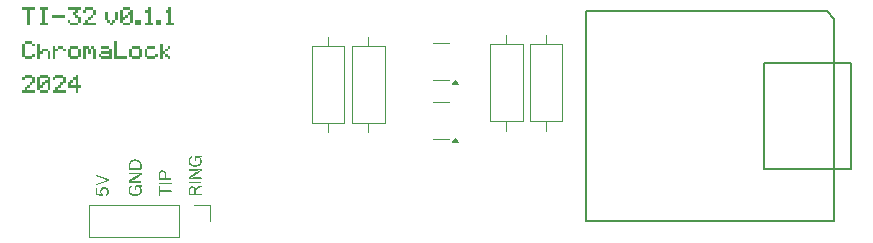
<source format=gbr>
%TF.GenerationSoftware,KiCad,Pcbnew,8.0.6*%
%TF.CreationDate,2024-11-24T09:52:55+11:00*%
%TF.ProjectId,cheating-calc,63686561-7469-46e6-972d-63616c632e6b,rev?*%
%TF.SameCoordinates,Original*%
%TF.FileFunction,Legend,Top*%
%TF.FilePolarity,Positive*%
%FSLAX46Y46*%
G04 Gerber Fmt 4.6, Leading zero omitted, Abs format (unit mm)*
G04 Created by KiCad (PCBNEW 8.0.6) date 2024-11-24 09:52:55*
%MOMM*%
%LPD*%
G01*
G04 APERTURE LIST*
%ADD10C,0.150000*%
%ADD11C,0.200000*%
%ADD12C,0.120000*%
%ADD13C,0.127000*%
G04 APERTURE END LIST*
D10*
G36*
X101666375Y-68645925D02*
G01*
X101695479Y-68685951D01*
X101699631Y-68716969D01*
X101698504Y-68729956D01*
X101671543Y-68771436D01*
X101580929Y-68806362D01*
X101555611Y-68815644D01*
X101485677Y-68841621D01*
X101424486Y-68865422D01*
X101371667Y-68887847D01*
X101326851Y-68909700D01*
X101278908Y-68939331D01*
X101236729Y-68979836D01*
X101212677Y-69027658D01*
X101205039Y-69086509D01*
X101205039Y-69344185D01*
X101648829Y-69344185D01*
X101691429Y-69360124D01*
X101708180Y-69408421D01*
X101693159Y-69456873D01*
X101647363Y-69475832D01*
X100756609Y-69475832D01*
X100727992Y-69474675D01*
X100673816Y-69462715D01*
X100632126Y-69432348D01*
X100610145Y-69383049D01*
X100605423Y-69332950D01*
X100605423Y-69013725D01*
X100721683Y-69013725D01*
X100721683Y-69297779D01*
X100726273Y-69321638D01*
X100770531Y-69344185D01*
X101090001Y-69344185D01*
X101090001Y-69022029D01*
X101086613Y-68979398D01*
X101073296Y-68932131D01*
X101045077Y-68885386D01*
X101004849Y-68850936D01*
X100954032Y-68830279D01*
X100904621Y-68824681D01*
X100872680Y-68826377D01*
X100817608Y-68839884D01*
X100774605Y-68866732D01*
X100744057Y-68906746D01*
X100726350Y-68959753D01*
X100721683Y-69013725D01*
X100605423Y-69013725D01*
X100605423Y-69005176D01*
X100605738Y-68986416D01*
X100610397Y-68933375D01*
X100624974Y-68870358D01*
X100648635Y-68816368D01*
X100680864Y-68771649D01*
X100721140Y-68736445D01*
X100768947Y-68710997D01*
X100823767Y-68695550D01*
X100885081Y-68690347D01*
X100928208Y-68692700D01*
X100979598Y-68702851D01*
X101034360Y-68725960D01*
X101079042Y-68759548D01*
X101114124Y-68802435D01*
X101140087Y-68853441D01*
X101157412Y-68911387D01*
X101162966Y-68896070D01*
X101190854Y-68854211D01*
X101229146Y-68821874D01*
X101271287Y-68796053D01*
X101324930Y-68769029D01*
X101373418Y-68747279D01*
X101429535Y-68723718D01*
X101493776Y-68697863D01*
X101541362Y-68679112D01*
X101617810Y-68643941D01*
X101641501Y-68639789D01*
X101666375Y-68645925D01*
G37*
G36*
X101642234Y-68468575D02*
G01*
X101686877Y-68447540D01*
X101699631Y-68402629D01*
X101685129Y-68353658D01*
X101642234Y-68333997D01*
X100647433Y-68333997D01*
X100602229Y-68356016D01*
X100589792Y-68402629D01*
X100603958Y-68449798D01*
X100647433Y-68468575D01*
X101642234Y-68468575D01*
G37*
G36*
X101072660Y-67377786D02*
G01*
X101129410Y-67377429D01*
X101185655Y-67376424D01*
X101240811Y-67374870D01*
X101294294Y-67372866D01*
X101345522Y-67370511D01*
X101409309Y-67366996D01*
X101466666Y-67363268D01*
X101516212Y-67359561D01*
X101565053Y-67355316D01*
X101514058Y-67379848D01*
X101463380Y-67405465D01*
X101419394Y-67428423D01*
X101373821Y-67452862D01*
X101328019Y-67478125D01*
X101283349Y-67503559D01*
X101241170Y-67528506D01*
X101231173Y-67534590D01*
X100657447Y-67887277D01*
X100617472Y-67918296D01*
X100593349Y-67964669D01*
X100589792Y-68000849D01*
X100600781Y-68049132D01*
X100639148Y-68082904D01*
X100674300Y-68089021D01*
X101642234Y-68089021D01*
X101686877Y-68067803D01*
X101699631Y-68021854D01*
X101685129Y-67974685D01*
X101642234Y-67955909D01*
X101211634Y-67955909D01*
X101153968Y-67956193D01*
X101097370Y-67957000D01*
X101042302Y-67958260D01*
X100989226Y-67959902D01*
X100938606Y-67961856D01*
X100875732Y-67964826D01*
X100819141Y-67968061D01*
X100769929Y-67971395D01*
X100720461Y-67975448D01*
X100766243Y-67953777D01*
X100811974Y-67931069D01*
X100861786Y-67905412D01*
X100913048Y-67878001D01*
X100963126Y-67850034D01*
X101009387Y-67822707D01*
X101017949Y-67817423D01*
X101619764Y-67446418D01*
X101663180Y-67415680D01*
X101692422Y-67375646D01*
X101699631Y-67328693D01*
X101688265Y-67280894D01*
X101648317Y-67249936D01*
X101611459Y-67244674D01*
X100647433Y-67244674D01*
X100602229Y-67265127D01*
X100589792Y-67310619D01*
X100603958Y-67358857D01*
X100647433Y-67377786D01*
X101072660Y-67377786D01*
G37*
G36*
X101323741Y-66263550D02*
G01*
X101382812Y-66269573D01*
X101435669Y-66286776D01*
X101481800Y-66313859D01*
X101520693Y-66349524D01*
X101551834Y-66392469D01*
X101574712Y-66441397D01*
X101588815Y-66495007D01*
X101593630Y-66552001D01*
X101589374Y-66609274D01*
X101576738Y-66662683D01*
X101555919Y-66711842D01*
X101527117Y-66756363D01*
X101490529Y-66795862D01*
X101446353Y-66829951D01*
X101394787Y-66858244D01*
X101336030Y-66880355D01*
X101270278Y-66895897D01*
X101197731Y-66904483D01*
X101145688Y-66906153D01*
X101096016Y-66904592D01*
X101026495Y-66896522D01*
X100963189Y-66881817D01*
X100906359Y-66860745D01*
X100856264Y-66833577D01*
X100813164Y-66800582D01*
X100777318Y-66762028D01*
X100748986Y-66718186D01*
X100728427Y-66669324D01*
X100715902Y-66615712D01*
X100711669Y-66557618D01*
X100715138Y-66503259D01*
X100728294Y-66445601D01*
X100749626Y-66398245D01*
X100783570Y-66353311D01*
X100823780Y-66319369D01*
X100867251Y-66294325D01*
X100900099Y-66256303D01*
X100902422Y-66236928D01*
X100896072Y-66202001D01*
X100863940Y-66163076D01*
X100843804Y-66158526D01*
X100816205Y-66165609D01*
X100768665Y-66193349D01*
X100720293Y-66231494D01*
X100683440Y-66270461D01*
X100650248Y-66317729D01*
X100622577Y-66374030D01*
X100606570Y-66422621D01*
X100595503Y-66477011D01*
X100590163Y-66537508D01*
X100589792Y-66559084D01*
X100592457Y-66614828D01*
X100600321Y-66667606D01*
X100613183Y-66717331D01*
X100630843Y-66763916D01*
X100665893Y-66827715D01*
X100710613Y-66883959D01*
X100764329Y-66932355D01*
X100804804Y-66960115D01*
X100848777Y-66984169D01*
X100896049Y-67004431D01*
X100946418Y-67020813D01*
X100999686Y-67033230D01*
X101055652Y-67041593D01*
X101114116Y-67045816D01*
X101144223Y-67046348D01*
X101206986Y-67044213D01*
X101266934Y-67037865D01*
X101323897Y-67027391D01*
X101377704Y-67012876D01*
X101428185Y-66994407D01*
X101475170Y-66972069D01*
X101518488Y-66945951D01*
X101557970Y-66916136D01*
X101609626Y-66864675D01*
X101651691Y-66805383D01*
X101674123Y-66761649D01*
X101691866Y-66714651D01*
X101704751Y-66664474D01*
X101712606Y-66611206D01*
X101715263Y-66554932D01*
X101712229Y-66505552D01*
X101701346Y-66449987D01*
X101683860Y-66399226D01*
X101661141Y-66354088D01*
X101629852Y-66309630D01*
X101620252Y-66298721D01*
X101582506Y-66267639D01*
X101566763Y-66257933D01*
X101615485Y-66262174D01*
X101624404Y-66262329D01*
X101660796Y-66262329D01*
X101705867Y-66240046D01*
X101715263Y-66202001D01*
X101696411Y-66155325D01*
X101654935Y-66143138D01*
X101258773Y-66143138D01*
X101209686Y-66147956D01*
X101165869Y-66169578D01*
X101140838Y-66216683D01*
X101136896Y-66257933D01*
X101136896Y-66483369D01*
X101158949Y-66528924D01*
X101198689Y-66539545D01*
X101244746Y-66521939D01*
X101257307Y-66483369D01*
X101257307Y-66299942D01*
X101290186Y-66263749D01*
X101296630Y-66263550D01*
X101323741Y-66263550D01*
G37*
G36*
X96243741Y-68739196D02*
G01*
X96302812Y-68745219D01*
X96355669Y-68762422D01*
X96401800Y-68789505D01*
X96440693Y-68825169D01*
X96471834Y-68868115D01*
X96494712Y-68917043D01*
X96508815Y-68970653D01*
X96513630Y-69027646D01*
X96509374Y-69084919D01*
X96496738Y-69138328D01*
X96475919Y-69187487D01*
X96447117Y-69232009D01*
X96410529Y-69271508D01*
X96366353Y-69305597D01*
X96314787Y-69333890D01*
X96256030Y-69356000D01*
X96190278Y-69371542D01*
X96117731Y-69380129D01*
X96065688Y-69381799D01*
X96016016Y-69380238D01*
X95946495Y-69372167D01*
X95883189Y-69357462D01*
X95826359Y-69336391D01*
X95776264Y-69309223D01*
X95733164Y-69276227D01*
X95697318Y-69237674D01*
X95668986Y-69193831D01*
X95648427Y-69144969D01*
X95635902Y-69091357D01*
X95631669Y-69033264D01*
X95635138Y-68978904D01*
X95648294Y-68921246D01*
X95669626Y-68873891D01*
X95703570Y-68828956D01*
X95743780Y-68795015D01*
X95787251Y-68769970D01*
X95820099Y-68731948D01*
X95822422Y-68712573D01*
X95816072Y-68677646D01*
X95783940Y-68638721D01*
X95763804Y-68634171D01*
X95736205Y-68641254D01*
X95688665Y-68668994D01*
X95640293Y-68707140D01*
X95603440Y-68746106D01*
X95570248Y-68793375D01*
X95542577Y-68849675D01*
X95526570Y-68898267D01*
X95515503Y-68952657D01*
X95510163Y-69013154D01*
X95509792Y-69034729D01*
X95512457Y-69090474D01*
X95520321Y-69143252D01*
X95533183Y-69192977D01*
X95550843Y-69239561D01*
X95585893Y-69303360D01*
X95630613Y-69359605D01*
X95684329Y-69408001D01*
X95724804Y-69435760D01*
X95768777Y-69459814D01*
X95816049Y-69480076D01*
X95866418Y-69496459D01*
X95919686Y-69508875D01*
X95975652Y-69517239D01*
X96034116Y-69521462D01*
X96064223Y-69521994D01*
X96126986Y-69519859D01*
X96186934Y-69513511D01*
X96243897Y-69503036D01*
X96297704Y-69488521D01*
X96348185Y-69470052D01*
X96395170Y-69447715D01*
X96438488Y-69421596D01*
X96477970Y-69391782D01*
X96529626Y-69340320D01*
X96571691Y-69281028D01*
X96594123Y-69237295D01*
X96611866Y-69190296D01*
X96624751Y-69140120D01*
X96632606Y-69086851D01*
X96635263Y-69030577D01*
X96632229Y-68981197D01*
X96621346Y-68925633D01*
X96603860Y-68874871D01*
X96581141Y-68829733D01*
X96549852Y-68785275D01*
X96540252Y-68774367D01*
X96502506Y-68743285D01*
X96486763Y-68733578D01*
X96535485Y-68737820D01*
X96544404Y-68737974D01*
X96580796Y-68737974D01*
X96625867Y-68715692D01*
X96635263Y-68677646D01*
X96616411Y-68630971D01*
X96574935Y-68618784D01*
X96178773Y-68618784D01*
X96129686Y-68623601D01*
X96085869Y-68645223D01*
X96060838Y-68692329D01*
X96056896Y-68733578D01*
X96056896Y-68959014D01*
X96078949Y-69004569D01*
X96118689Y-69015190D01*
X96164746Y-68997585D01*
X96177307Y-68959014D01*
X96177307Y-68775588D01*
X96210186Y-68739395D01*
X96216630Y-68739196D01*
X96243741Y-68739196D01*
G37*
G36*
X95992660Y-67692371D02*
G01*
X96049410Y-67692014D01*
X96105655Y-67691009D01*
X96160811Y-67689455D01*
X96214294Y-67687451D01*
X96265522Y-67685096D01*
X96329309Y-67681581D01*
X96386666Y-67677853D01*
X96436212Y-67674146D01*
X96485053Y-67669900D01*
X96434058Y-67694433D01*
X96383380Y-67720050D01*
X96339394Y-67743008D01*
X96293821Y-67767447D01*
X96248019Y-67792710D01*
X96203349Y-67818143D01*
X96161170Y-67843091D01*
X96151173Y-67849175D01*
X95577447Y-68201861D01*
X95537472Y-68232881D01*
X95513349Y-68279254D01*
X95509792Y-68315434D01*
X95520781Y-68363717D01*
X95559148Y-68397488D01*
X95594300Y-68403606D01*
X96562234Y-68403606D01*
X96606877Y-68382388D01*
X96619631Y-68336439D01*
X96605129Y-68289270D01*
X96562234Y-68270494D01*
X96131634Y-68270494D01*
X96073968Y-68270778D01*
X96017370Y-68271585D01*
X95962302Y-68272845D01*
X95909226Y-68274486D01*
X95858606Y-68276441D01*
X95795732Y-68279411D01*
X95739141Y-68282646D01*
X95689929Y-68285980D01*
X95640461Y-68290033D01*
X95686243Y-68268361D01*
X95731974Y-68245654D01*
X95781786Y-68219996D01*
X95833048Y-68192586D01*
X95883126Y-68164619D01*
X95929387Y-68137291D01*
X95937949Y-68132008D01*
X96539764Y-67761003D01*
X96583180Y-67730265D01*
X96612422Y-67690231D01*
X96619631Y-67643278D01*
X96608265Y-67595479D01*
X96568317Y-67564521D01*
X96531459Y-67559258D01*
X95567433Y-67559258D01*
X95522229Y-67579712D01*
X95509792Y-67625204D01*
X95523958Y-67673442D01*
X95567433Y-67692371D01*
X95992660Y-67692371D01*
G37*
G36*
X96093200Y-66431640D02*
G01*
X96155463Y-66435924D01*
X96214268Y-66444401D01*
X96269517Y-66456981D01*
X96321110Y-66473569D01*
X96368948Y-66494074D01*
X96412933Y-66518402D01*
X96452965Y-66546462D01*
X96505384Y-66595345D01*
X96548351Y-66652101D01*
X96581533Y-66716418D01*
X96598052Y-66763343D01*
X96609974Y-66813396D01*
X96617200Y-66866485D01*
X96619631Y-66922517D01*
X96619631Y-67171889D01*
X96617565Y-67206569D01*
X96603492Y-67255081D01*
X96569717Y-67292411D01*
X96523271Y-67310104D01*
X96469910Y-67314771D01*
X95676854Y-67314771D01*
X95648174Y-67313615D01*
X95593895Y-67301654D01*
X95552146Y-67271287D01*
X95530147Y-67221989D01*
X95525423Y-67171889D01*
X95525423Y-66925448D01*
X95645835Y-66925448D01*
X95645835Y-67135497D01*
X95649789Y-67156002D01*
X95692485Y-67181659D01*
X96450127Y-67181659D01*
X96471208Y-67178587D01*
X96497998Y-67136718D01*
X96497998Y-66929600D01*
X96493775Y-66868296D01*
X96481269Y-66812142D01*
X96460721Y-66761331D01*
X96432375Y-66716054D01*
X96396473Y-66676505D01*
X96353258Y-66642874D01*
X96302972Y-66615354D01*
X96245859Y-66594137D01*
X96182162Y-66579414D01*
X96112122Y-66571378D01*
X96062025Y-66569831D01*
X96013116Y-66571286D01*
X95945142Y-66578885D01*
X95883754Y-66592904D01*
X95829086Y-66613253D01*
X95781273Y-66639844D01*
X95740447Y-66672586D01*
X95706744Y-66711391D01*
X95680297Y-66756169D01*
X95661241Y-66806831D01*
X95649709Y-66863287D01*
X95645835Y-66925448D01*
X95525423Y-66925448D01*
X95525423Y-66922517D01*
X95527714Y-66866042D01*
X95534533Y-66812624D01*
X95545801Y-66762345D01*
X95561437Y-66715285D01*
X95592909Y-66650908D01*
X95633762Y-66594229D01*
X95683727Y-66545521D01*
X95742534Y-66505058D01*
X95786519Y-66482797D01*
X95834234Y-66464402D01*
X95885600Y-66449954D01*
X95940536Y-66439534D01*
X95998964Y-66433222D01*
X96060803Y-66431101D01*
X96093200Y-66431640D01*
G37*
G36*
X98188766Y-69188602D02*
G01*
X99102722Y-69188602D01*
X99147013Y-69166900D01*
X99159631Y-69121436D01*
X99145282Y-69073656D01*
X99102722Y-69054269D01*
X98188766Y-69054269D01*
X98188766Y-68736509D01*
X98164070Y-68693009D01*
X98128438Y-68683264D01*
X98080246Y-68700855D01*
X98065423Y-68736509D01*
X98065423Y-69507828D01*
X98091311Y-69551759D01*
X98128438Y-69561073D01*
X98174641Y-69543265D01*
X98188766Y-69506607D01*
X98188766Y-69188602D01*
G37*
G36*
X99102234Y-68530124D02*
G01*
X99146877Y-68509089D01*
X99159631Y-68464178D01*
X99145129Y-68415207D01*
X99102234Y-68395546D01*
X98107433Y-68395546D01*
X98062229Y-68417565D01*
X98049792Y-68464178D01*
X98063958Y-68511348D01*
X98107433Y-68530124D01*
X99102234Y-68530124D01*
G37*
G36*
X98414383Y-67352663D02*
G01*
X98467519Y-67360458D01*
X98515795Y-67374752D01*
X98572305Y-67403624D01*
X98619457Y-67443335D01*
X98656844Y-67493475D01*
X98678229Y-67537680D01*
X98693718Y-67587348D01*
X98703138Y-67642307D01*
X98706316Y-67702385D01*
X98706316Y-68018923D01*
X99101257Y-68018923D01*
X99145099Y-68037669D01*
X99159631Y-68084625D01*
X99146711Y-68130117D01*
X99099792Y-68150570D01*
X98216365Y-68150570D01*
X98187810Y-68149414D01*
X98133736Y-68137453D01*
X98092105Y-68107086D01*
X98070144Y-68057788D01*
X98065423Y-68007688D01*
X98065423Y-67705316D01*
X98184614Y-67705316D01*
X98184614Y-67973983D01*
X98188778Y-67996168D01*
X98233218Y-68018923D01*
X98588836Y-68018923D01*
X98588836Y-67705316D01*
X98583401Y-67643877D01*
X98567330Y-67592292D01*
X98534491Y-67543718D01*
X98487433Y-67510060D01*
X98437788Y-67493691D01*
X98379031Y-67488184D01*
X98367471Y-67488409D01*
X98314652Y-67496229D01*
X98262561Y-67519984D01*
X98223299Y-67558880D01*
X98200770Y-67602448D01*
X98187838Y-67655804D01*
X98184614Y-67705316D01*
X98065423Y-67705316D01*
X98065423Y-67696767D01*
X98065755Y-67676328D01*
X98070689Y-67618454D01*
X98081415Y-67565853D01*
X98097787Y-67518664D01*
X98128144Y-67464403D01*
X98167925Y-67420338D01*
X98216783Y-67386800D01*
X98274368Y-67364116D01*
X98323074Y-67354425D01*
X98376344Y-67351163D01*
X98414383Y-67352663D01*
G37*
G36*
X93293182Y-69489754D02*
G01*
X93304417Y-69489754D01*
X93349230Y-69469598D01*
X93362058Y-69432357D01*
X93363279Y-69418191D01*
X93346288Y-69371419D01*
X93322735Y-69352489D01*
X93282646Y-69320304D01*
X93251327Y-69280635D01*
X93229484Y-69233221D01*
X93217822Y-69177803D01*
X93216001Y-69142441D01*
X93220403Y-69091311D01*
X93237816Y-69034811D01*
X93267648Y-68987437D01*
X93309027Y-68950146D01*
X93361081Y-68923893D01*
X93409825Y-68911481D01*
X93464396Y-68907235D01*
X93519727Y-68911736D01*
X93569714Y-68924881D01*
X93613731Y-68946132D01*
X93659401Y-68983275D01*
X93693538Y-69031191D01*
X93711721Y-69076575D01*
X93721113Y-69127644D01*
X93722316Y-69155141D01*
X93718619Y-69203930D01*
X93704973Y-69256023D01*
X93682211Y-69300819D01*
X93645449Y-69343498D01*
X93599184Y-69375448D01*
X93591891Y-69379112D01*
X93558884Y-69416962D01*
X93556964Y-69432357D01*
X93566734Y-69470214D01*
X93604015Y-69503172D01*
X93624131Y-69506607D01*
X93656371Y-69498058D01*
X93707380Y-69465780D01*
X93750878Y-69425279D01*
X93786399Y-69376561D01*
X93808762Y-69331673D01*
X93825485Y-69281532D01*
X93836331Y-69226141D01*
X93841063Y-69165503D01*
X93841263Y-69149524D01*
X93837201Y-69087145D01*
X93825304Y-69029377D01*
X93806008Y-68976551D01*
X93779748Y-68929001D01*
X93746957Y-68887060D01*
X93708071Y-68851062D01*
X93663523Y-68821339D01*
X93613750Y-68798226D01*
X93559186Y-68782055D01*
X93500265Y-68773159D01*
X93458778Y-68771436D01*
X93400103Y-68775071D01*
X93345739Y-68785755D01*
X93296006Y-68803158D01*
X93251221Y-68826948D01*
X93211705Y-68856796D01*
X93177775Y-68892369D01*
X93149751Y-68933338D01*
X93127951Y-68979370D01*
X93112694Y-69030136D01*
X93104299Y-69085305D01*
X93102672Y-69124367D01*
X93105947Y-69179885D01*
X93115887Y-69230232D01*
X93136140Y-69283026D01*
X93165978Y-69330093D01*
X93199392Y-69366411D01*
X93149761Y-69356245D01*
X93134912Y-69353955D01*
X92876992Y-69327332D01*
X92851835Y-69299244D01*
X92851835Y-68865225D01*
X92825574Y-68822716D01*
X92791751Y-68814911D01*
X92745074Y-68831372D01*
X92731423Y-68865225D01*
X92731423Y-69345406D01*
X92740697Y-69393484D01*
X92775313Y-69429832D01*
X92822526Y-69443592D01*
X93293182Y-69489754D01*
G37*
G36*
X93524480Y-68126390D02*
G01*
X93571381Y-68141451D01*
X93620865Y-68155766D01*
X93670879Y-68169400D01*
X93698136Y-68176704D01*
X93649388Y-68189753D01*
X93599419Y-68203192D01*
X93551066Y-68217414D01*
X93525945Y-68225797D01*
X92756580Y-68498861D01*
X92720403Y-68532975D01*
X92715792Y-68558944D01*
X92720188Y-68584101D01*
X92747742Y-68626031D01*
X92779050Y-68636125D01*
X92801521Y-68631729D01*
X93761395Y-68271959D01*
X93803186Y-68245340D01*
X93823889Y-68200090D01*
X93825631Y-68176704D01*
X93815384Y-68127027D01*
X93778998Y-68090481D01*
X93762616Y-68082915D01*
X92798590Y-67721680D01*
X92777585Y-67717528D01*
X92733026Y-67742141D01*
X92720188Y-67769307D01*
X92715792Y-67794464D01*
X92732960Y-67840503D01*
X92756580Y-67854792D01*
X93524480Y-68126390D01*
G37*
D11*
G36*
X86920066Y-55086001D02*
G01*
X86920066Y-53787630D01*
X86487000Y-53787630D01*
X86487000Y-53544730D01*
X87595203Y-53544730D01*
X87595203Y-53787630D01*
X87162136Y-53787630D01*
X87162136Y-55086001D01*
X86920066Y-55086001D01*
G37*
G36*
X88000450Y-55086001D02*
G01*
X88000450Y-54843101D01*
X88217191Y-54843101D01*
X88217191Y-53787630D01*
X88000450Y-53787630D01*
X88000450Y-53544730D01*
X88675586Y-53544730D01*
X88675586Y-53787630D01*
X88459260Y-53787630D01*
X88459260Y-54843101D01*
X88675586Y-54843101D01*
X88675586Y-55086001D01*
X88000450Y-55086001D01*
G37*
G36*
X89054676Y-54437438D02*
G01*
X89054676Y-54194539D01*
X90162879Y-54194539D01*
X90162879Y-54437438D01*
X89054676Y-54437438D01*
G37*
G36*
X90568127Y-55086001D02*
G01*
X90568127Y-54843101D01*
X91243263Y-54843101D01*
X91243263Y-55086001D01*
X90568127Y-55086001D01*
G37*
G36*
X90351801Y-54869675D02*
G01*
X90351801Y-54626360D01*
X90594700Y-54626360D01*
X90594700Y-54869675D01*
X90351801Y-54869675D01*
G37*
G36*
X91216689Y-54869675D02*
G01*
X91216689Y-54410864D01*
X91460004Y-54410864D01*
X91460004Y-54869675D01*
X91216689Y-54869675D01*
G37*
G36*
X91000363Y-54437438D02*
G01*
X91000363Y-54194539D01*
X91243263Y-54194539D01*
X91243263Y-54437438D01*
X91000363Y-54437438D01*
G37*
G36*
X90784868Y-54221112D02*
G01*
X90784868Y-53977797D01*
X91026937Y-53977797D01*
X91026937Y-54221112D01*
X90784868Y-54221112D01*
G37*
G36*
X91000363Y-54004371D02*
G01*
X91000363Y-53787630D01*
X90351801Y-53787630D01*
X90351801Y-53544730D01*
X91460004Y-53544730D01*
X91460004Y-53787630D01*
X91243263Y-53787630D01*
X91243263Y-54004371D01*
X91000363Y-54004371D01*
G37*
G36*
X91648926Y-55086001D02*
G01*
X91648926Y-54843101D01*
X91865251Y-54843101D01*
X91865251Y-54626360D01*
X92108566Y-54626360D01*
X92108566Y-54843101D01*
X92757129Y-54843101D01*
X92757129Y-55086001D01*
X91648926Y-55086001D01*
G37*
G36*
X92081993Y-54652934D02*
G01*
X92081993Y-54410864D01*
X92324062Y-54410864D01*
X92324062Y-54652934D01*
X92081993Y-54652934D01*
G37*
G36*
X92297488Y-54437438D02*
G01*
X92297488Y-54194539D01*
X92540387Y-54194539D01*
X92540387Y-54437438D01*
X92297488Y-54437438D01*
G37*
G36*
X91648926Y-54004371D02*
G01*
X91648926Y-53761056D01*
X91891825Y-53761056D01*
X91891825Y-54004371D01*
X91648926Y-54004371D01*
G37*
G36*
X92513814Y-54221112D02*
G01*
X92513814Y-53761056D01*
X92757129Y-53761056D01*
X92757129Y-54221112D01*
X92513814Y-54221112D01*
G37*
G36*
X91865251Y-53787630D02*
G01*
X91865251Y-53544730D01*
X92540387Y-53544730D01*
X92540387Y-53787630D01*
X91865251Y-53787630D01*
G37*
G36*
X93918894Y-55086001D02*
G01*
X93918894Y-54843101D01*
X94160963Y-54843101D01*
X94160963Y-55086001D01*
X93918894Y-55086001D01*
G37*
G36*
X93702153Y-54869675D02*
G01*
X93702153Y-54626360D01*
X93945468Y-54626360D01*
X93945468Y-54869675D01*
X93702153Y-54869675D01*
G37*
G36*
X94134390Y-54869675D02*
G01*
X94134390Y-54626360D01*
X94377289Y-54626360D01*
X94377289Y-54869675D01*
X94134390Y-54869675D01*
G37*
G36*
X93485827Y-54652934D02*
G01*
X93485827Y-53977797D01*
X93728727Y-53977797D01*
X93728727Y-54652934D01*
X93485827Y-54652934D01*
G37*
G36*
X94350715Y-54652934D02*
G01*
X94350715Y-53977797D01*
X94594030Y-53977797D01*
X94594030Y-54652934D01*
X94350715Y-54652934D01*
G37*
G36*
X94999278Y-55086001D02*
G01*
X94999278Y-54843101D01*
X95674414Y-54843101D01*
X95674414Y-55086001D01*
X94999278Y-55086001D01*
G37*
G36*
X95216019Y-54437438D02*
G01*
X95216019Y-54194539D01*
X95458088Y-54194539D01*
X95458088Y-54437438D01*
X95216019Y-54437438D01*
G37*
G36*
X94782952Y-54869675D02*
G01*
X94782952Y-53761056D01*
X95025852Y-53761056D01*
X95025852Y-54410864D01*
X95242593Y-54410864D01*
X95242593Y-54652934D01*
X95025852Y-54652934D01*
X95025852Y-54869675D01*
X94782952Y-54869675D01*
G37*
G36*
X95647840Y-54869675D02*
G01*
X95647840Y-54221112D01*
X95431515Y-54221112D01*
X95431515Y-53977797D01*
X95647840Y-53977797D01*
X95647840Y-53761056D01*
X95891155Y-53761056D01*
X95891155Y-54869675D01*
X95647840Y-54869675D01*
G37*
G36*
X94999278Y-53787630D02*
G01*
X94999278Y-53544730D01*
X95674414Y-53544730D01*
X95674414Y-53787630D01*
X94999278Y-53787630D01*
G37*
G36*
X96080077Y-55086001D02*
G01*
X96080077Y-54626360D01*
X96539718Y-54626360D01*
X96539718Y-55086001D01*
X96080077Y-55086001D01*
G37*
G36*
X96944135Y-55086001D02*
G01*
X96944135Y-54843101D01*
X97160876Y-54843101D01*
X97160876Y-54004371D01*
X96944135Y-54004371D01*
X96944135Y-53761056D01*
X97160876Y-53761056D01*
X97160876Y-53544730D01*
X97402945Y-53544730D01*
X97402945Y-54843101D01*
X97619271Y-54843101D01*
X97619271Y-55086001D01*
X96944135Y-55086001D01*
G37*
G36*
X97809023Y-55086001D02*
G01*
X97809023Y-54626360D01*
X98268664Y-54626360D01*
X98268664Y-55086001D01*
X97809023Y-55086001D01*
G37*
G36*
X98673081Y-55086001D02*
G01*
X98673081Y-54843101D01*
X98889822Y-54843101D01*
X98889822Y-54004371D01*
X98673081Y-54004371D01*
X98673081Y-53761056D01*
X98889822Y-53761056D01*
X98889822Y-53544730D01*
X99131891Y-53544730D01*
X99131891Y-54843101D01*
X99348217Y-54843101D01*
X99348217Y-55086001D01*
X98673081Y-55086001D01*
G37*
G36*
X86703325Y-57942001D02*
G01*
X86703325Y-57699101D01*
X87378461Y-57699101D01*
X87378461Y-57942001D01*
X86703325Y-57942001D01*
G37*
G36*
X87351888Y-57725675D02*
G01*
X87351888Y-57482360D01*
X87595203Y-57482360D01*
X87595203Y-57725675D01*
X87351888Y-57725675D01*
G37*
G36*
X86487000Y-57725675D02*
G01*
X86487000Y-56617056D01*
X86729899Y-56617056D01*
X86729899Y-57725675D01*
X86487000Y-57725675D01*
G37*
G36*
X87351888Y-56860371D02*
G01*
X87351888Y-56617056D01*
X87595203Y-56617056D01*
X87595203Y-56860371D01*
X87351888Y-56860371D01*
G37*
G36*
X86703325Y-56643630D02*
G01*
X86703325Y-56400730D01*
X87378461Y-56400730D01*
X87378461Y-56643630D01*
X86703325Y-56643630D01*
G37*
G36*
X88649013Y-57942001D02*
G01*
X88649013Y-57266864D01*
X88892327Y-57266864D01*
X88892327Y-57942001D01*
X88649013Y-57942001D01*
G37*
G36*
X88217191Y-57293438D02*
G01*
X88217191Y-57050539D01*
X88675586Y-57050539D01*
X88675586Y-57293438D01*
X88217191Y-57293438D01*
G37*
G36*
X87784124Y-57942001D02*
G01*
X87784124Y-56617056D01*
X88027024Y-56617056D01*
X88027024Y-57266864D01*
X88243765Y-57266864D01*
X88243765Y-57508934D01*
X88027024Y-57508934D01*
X88027024Y-57942001D01*
X87784124Y-57942001D01*
G37*
G36*
X89946138Y-57293438D02*
G01*
X89946138Y-57050539D01*
X90189452Y-57050539D01*
X90189452Y-57293438D01*
X89946138Y-57293438D01*
G37*
G36*
X89081249Y-57942001D02*
G01*
X89081249Y-56833797D01*
X89324149Y-56833797D01*
X89324149Y-57050539D01*
X89540890Y-57050539D01*
X89540890Y-57293438D01*
X89324149Y-57293438D01*
X89324149Y-57942001D01*
X89081249Y-57942001D01*
G37*
G36*
X89514316Y-57077112D02*
G01*
X89514316Y-56833797D01*
X89972711Y-56833797D01*
X89972711Y-57077112D01*
X89514316Y-57077112D01*
G37*
G36*
X90594700Y-57942001D02*
G01*
X90594700Y-57699101D01*
X91269836Y-57699101D01*
X91269836Y-57942001D01*
X90594700Y-57942001D01*
G37*
G36*
X90378374Y-57725675D02*
G01*
X90378374Y-57050539D01*
X90621274Y-57050539D01*
X90621274Y-57725675D01*
X90378374Y-57725675D01*
G37*
G36*
X91243263Y-57725675D02*
G01*
X91243263Y-57050539D01*
X91486577Y-57050539D01*
X91486577Y-57725675D01*
X91243263Y-57725675D01*
G37*
G36*
X90594700Y-57077112D02*
G01*
X90594700Y-56833797D01*
X91269836Y-56833797D01*
X91269836Y-57077112D01*
X90594700Y-57077112D01*
G37*
G36*
X92108566Y-57508934D02*
G01*
X92108566Y-57050539D01*
X92350635Y-57050539D01*
X92350635Y-57508934D01*
X92108566Y-57508934D01*
G37*
G36*
X92540387Y-57942001D02*
G01*
X92540387Y-57050539D01*
X92783702Y-57050539D01*
X92783702Y-57942001D01*
X92540387Y-57942001D01*
G37*
G36*
X91675499Y-57942001D02*
G01*
X91675499Y-56833797D01*
X92135140Y-56833797D01*
X92135140Y-57077112D01*
X91918399Y-57077112D01*
X91918399Y-57942001D01*
X91675499Y-57942001D01*
G37*
G36*
X92324062Y-57077112D02*
G01*
X92324062Y-56833797D01*
X92566961Y-56833797D01*
X92566961Y-57077112D01*
X92324062Y-57077112D01*
G37*
G36*
X92972624Y-57725675D02*
G01*
X92972624Y-57482360D01*
X93215524Y-57482360D01*
X93215524Y-57725675D01*
X92972624Y-57725675D01*
G37*
G36*
X93188950Y-57942001D02*
G01*
X93188950Y-57699101D01*
X93837512Y-57699101D01*
X93837512Y-57508934D01*
X93188950Y-57508934D01*
X93188950Y-57266864D01*
X93837512Y-57266864D01*
X93837512Y-57050539D01*
X94080827Y-57050539D01*
X94080827Y-57942001D01*
X93188950Y-57942001D01*
G37*
G36*
X93188950Y-57077112D02*
G01*
X93188950Y-56833797D01*
X93864086Y-56833797D01*
X93864086Y-57077112D01*
X93188950Y-57077112D01*
G37*
G36*
X94269749Y-57942001D02*
G01*
X94269749Y-56400730D01*
X94512648Y-56400730D01*
X94512648Y-57699101D01*
X95377952Y-57699101D01*
X95377952Y-57942001D01*
X94269749Y-57942001D01*
G37*
G36*
X95783200Y-57942001D02*
G01*
X95783200Y-57699101D01*
X96458336Y-57699101D01*
X96458336Y-57942001D01*
X95783200Y-57942001D01*
G37*
G36*
X95566874Y-57725675D02*
G01*
X95566874Y-57050539D01*
X95809773Y-57050539D01*
X95809773Y-57725675D01*
X95566874Y-57725675D01*
G37*
G36*
X96431762Y-57725675D02*
G01*
X96431762Y-57050539D01*
X96675077Y-57050539D01*
X96675077Y-57725675D01*
X96431762Y-57725675D01*
G37*
G36*
X95783200Y-57077112D02*
G01*
X95783200Y-56833797D01*
X96458336Y-56833797D01*
X96458336Y-57077112D01*
X95783200Y-57077112D01*
G37*
G36*
X97080325Y-57942001D02*
G01*
X97080325Y-57699101D01*
X97755461Y-57699101D01*
X97755461Y-57942001D01*
X97080325Y-57942001D01*
G37*
G36*
X97728887Y-57725675D02*
G01*
X97728887Y-57482360D01*
X97972202Y-57482360D01*
X97972202Y-57725675D01*
X97728887Y-57725675D01*
G37*
G36*
X96863999Y-57725675D02*
G01*
X96863999Y-57050539D01*
X97106898Y-57050539D01*
X97106898Y-57725675D01*
X96863999Y-57725675D01*
G37*
G36*
X97080325Y-57077112D02*
G01*
X97080325Y-56833797D01*
X97755461Y-56833797D01*
X97755461Y-57077112D01*
X97080325Y-57077112D01*
G37*
G36*
X98809686Y-57942001D02*
G01*
X98809686Y-57699101D01*
X99052586Y-57699101D01*
X99052586Y-57942001D01*
X98809686Y-57942001D01*
G37*
G36*
X98594191Y-57725675D02*
G01*
X98594191Y-57482360D01*
X98836260Y-57482360D01*
X98836260Y-57725675D01*
X98594191Y-57725675D01*
G37*
G36*
X98594191Y-57293438D02*
G01*
X98594191Y-57050539D01*
X98836260Y-57050539D01*
X98836260Y-57293438D01*
X98594191Y-57293438D01*
G37*
G36*
X98809686Y-57077112D02*
G01*
X98809686Y-56833797D01*
X99052586Y-56833797D01*
X99052586Y-57077112D01*
X98809686Y-57077112D01*
G37*
G36*
X98161124Y-57942001D02*
G01*
X98161124Y-56617056D01*
X98404023Y-56617056D01*
X98404023Y-57266864D01*
X98620764Y-57266864D01*
X98620764Y-57508934D01*
X98404023Y-57508934D01*
X98404023Y-57942001D01*
X98161124Y-57942001D01*
G37*
G36*
X86487000Y-60798001D02*
G01*
X86487000Y-60555101D01*
X86703325Y-60555101D01*
X86703325Y-60338360D01*
X86946640Y-60338360D01*
X86946640Y-60555101D01*
X87595203Y-60555101D01*
X87595203Y-60798001D01*
X86487000Y-60798001D01*
G37*
G36*
X86920066Y-60364934D02*
G01*
X86920066Y-60122864D01*
X87162136Y-60122864D01*
X87162136Y-60364934D01*
X86920066Y-60364934D01*
G37*
G36*
X87135562Y-60149438D02*
G01*
X87135562Y-59906539D01*
X87378461Y-59906539D01*
X87378461Y-60149438D01*
X87135562Y-60149438D01*
G37*
G36*
X86487000Y-59716371D02*
G01*
X86487000Y-59473056D01*
X86729899Y-59473056D01*
X86729899Y-59716371D01*
X86487000Y-59716371D01*
G37*
G36*
X87351888Y-59933112D02*
G01*
X87351888Y-59473056D01*
X87595203Y-59473056D01*
X87595203Y-59933112D01*
X87351888Y-59933112D01*
G37*
G36*
X86703325Y-59499630D02*
G01*
X86703325Y-59256730D01*
X87378461Y-59256730D01*
X87378461Y-59499630D01*
X86703325Y-59499630D01*
G37*
G36*
X88000450Y-60798001D02*
G01*
X88000450Y-60555101D01*
X88675586Y-60555101D01*
X88675586Y-60798001D01*
X88000450Y-60798001D01*
G37*
G36*
X88217191Y-60149438D02*
G01*
X88217191Y-59906539D01*
X88459260Y-59906539D01*
X88459260Y-60149438D01*
X88217191Y-60149438D01*
G37*
G36*
X87784124Y-60581675D02*
G01*
X87784124Y-59473056D01*
X88027024Y-59473056D01*
X88027024Y-60122864D01*
X88243765Y-60122864D01*
X88243765Y-60364934D01*
X88027024Y-60364934D01*
X88027024Y-60581675D01*
X87784124Y-60581675D01*
G37*
G36*
X88649013Y-60581675D02*
G01*
X88649013Y-59933112D01*
X88432687Y-59933112D01*
X88432687Y-59689797D01*
X88649013Y-59689797D01*
X88649013Y-59473056D01*
X88892327Y-59473056D01*
X88892327Y-60581675D01*
X88649013Y-60581675D01*
G37*
G36*
X88000450Y-59499630D02*
G01*
X88000450Y-59256730D01*
X88675586Y-59256730D01*
X88675586Y-59499630D01*
X88000450Y-59499630D01*
G37*
G36*
X89081249Y-60798001D02*
G01*
X89081249Y-60555101D01*
X89297575Y-60555101D01*
X89297575Y-60338360D01*
X89540890Y-60338360D01*
X89540890Y-60555101D01*
X90189452Y-60555101D01*
X90189452Y-60798001D01*
X89081249Y-60798001D01*
G37*
G36*
X89514316Y-60364934D02*
G01*
X89514316Y-60122864D01*
X89756385Y-60122864D01*
X89756385Y-60364934D01*
X89514316Y-60364934D01*
G37*
G36*
X89729812Y-60149438D02*
G01*
X89729812Y-59906539D01*
X89972711Y-59906539D01*
X89972711Y-60149438D01*
X89729812Y-60149438D01*
G37*
G36*
X89081249Y-59716371D02*
G01*
X89081249Y-59473056D01*
X89324149Y-59473056D01*
X89324149Y-59716371D01*
X89081249Y-59716371D01*
G37*
G36*
X89946138Y-59933112D02*
G01*
X89946138Y-59473056D01*
X90189452Y-59473056D01*
X90189452Y-59933112D01*
X89946138Y-59933112D01*
G37*
G36*
X89297575Y-59499630D02*
G01*
X89297575Y-59256730D01*
X89972711Y-59256730D01*
X89972711Y-59499630D01*
X89297575Y-59499630D01*
G37*
G36*
X90594700Y-59933112D02*
G01*
X90594700Y-59689797D01*
X90838015Y-59689797D01*
X90838015Y-59933112D01*
X90594700Y-59933112D01*
G37*
G36*
X91026937Y-60798001D02*
G01*
X91026937Y-60364934D01*
X90378374Y-60364934D01*
X90378374Y-59906539D01*
X90621274Y-59906539D01*
X90621274Y-60122864D01*
X91026937Y-60122864D01*
X91026937Y-59716371D01*
X90811441Y-59716371D01*
X90811441Y-59473056D01*
X91026937Y-59473056D01*
X91026937Y-59256730D01*
X91269836Y-59256730D01*
X91269836Y-60122864D01*
X91486577Y-60122864D01*
X91486577Y-60364934D01*
X91269836Y-60364934D01*
X91269836Y-60798001D01*
X91026937Y-60798001D01*
G37*
D12*
%TO.C,Q1*%
X121968500Y-61559000D02*
X121318500Y-61559000D01*
X121968500Y-61559000D02*
X122618500Y-61559000D01*
X121968500Y-64679000D02*
X121318500Y-64679000D01*
X121968500Y-64679000D02*
X122618500Y-64679000D01*
X123371000Y-64959000D02*
X122891000Y-64959000D01*
X123131000Y-64629000D01*
X123371000Y-64959000D01*
G36*
X123371000Y-64959000D02*
G01*
X122891000Y-64959000D01*
X123131000Y-64629000D01*
X123371000Y-64959000D01*
G37*
%TO.C,J1*%
X92142000Y-70298000D02*
X92142000Y-72958000D01*
X99822000Y-70298000D02*
X92142000Y-70298000D01*
X99822000Y-70298000D02*
X99822000Y-72958000D01*
X99822000Y-72958000D02*
X92142000Y-72958000D01*
X101092000Y-70298000D02*
X102422000Y-70298000D01*
X102422000Y-70298000D02*
X102422000Y-71628000D01*
%TO.C,R4*%
X111025000Y-56801000D02*
X111025000Y-63341000D01*
X111025000Y-63341000D02*
X113765000Y-63341000D01*
X112395000Y-56031000D02*
X112395000Y-56801000D01*
X112395000Y-64111000D02*
X112395000Y-63341000D01*
X113765000Y-56801000D02*
X111025000Y-56801000D01*
X113765000Y-63341000D02*
X113765000Y-56801000D01*
%TO.C,R2*%
X129506000Y-56674000D02*
X129506000Y-63214000D01*
X129506000Y-63214000D02*
X132246000Y-63214000D01*
X130876000Y-55904000D02*
X130876000Y-56674000D01*
X130876000Y-63984000D02*
X130876000Y-63214000D01*
X132246000Y-56674000D02*
X129506000Y-56674000D01*
X132246000Y-63214000D02*
X132246000Y-56674000D01*
D13*
%TO.C,U1*%
X134280000Y-53866000D02*
X134280000Y-71666000D01*
X134280000Y-71666000D02*
X155280000Y-71666000D01*
X149352000Y-58262000D02*
X156705000Y-58262000D01*
X149352000Y-67261000D02*
X149352000Y-58262000D01*
X154608500Y-53866000D02*
X134280000Y-53866000D01*
X155280000Y-54537541D02*
X154608500Y-53866000D01*
X155280000Y-71666000D02*
X155280000Y-54537541D01*
X156704000Y-58266000D02*
X156704000Y-67261000D01*
X156704000Y-67261000D02*
X149352000Y-67261000D01*
D12*
%TO.C,R3*%
X114454000Y-56801000D02*
X114454000Y-63341000D01*
X114454000Y-63341000D02*
X117194000Y-63341000D01*
X115824000Y-56031000D02*
X115824000Y-56801000D01*
X115824000Y-64111000D02*
X115824000Y-63341000D01*
X117194000Y-56801000D02*
X114454000Y-56801000D01*
X117194000Y-63341000D02*
X117194000Y-56801000D01*
%TO.C,Q2*%
X121968500Y-56606000D02*
X121318500Y-56606000D01*
X121968500Y-56606000D02*
X122618500Y-56606000D01*
X121968500Y-59726000D02*
X121318500Y-59726000D01*
X121968500Y-59726000D02*
X122618500Y-59726000D01*
X123371000Y-60006000D02*
X122891000Y-60006000D01*
X123131000Y-59676000D01*
X123371000Y-60006000D01*
G36*
X123371000Y-60006000D02*
G01*
X122891000Y-60006000D01*
X123131000Y-59676000D01*
X123371000Y-60006000D01*
G37*
%TO.C,R1*%
X126138000Y-56674000D02*
X126138000Y-63214000D01*
X126138000Y-63214000D02*
X128878000Y-63214000D01*
X127508000Y-55904000D02*
X127508000Y-56674000D01*
X127508000Y-63984000D02*
X127508000Y-63214000D01*
X128878000Y-56674000D02*
X126138000Y-56674000D01*
X128878000Y-63214000D02*
X128878000Y-56674000D01*
%TD*%
M02*

</source>
